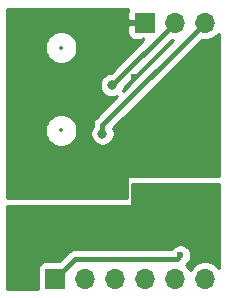
<source format=gbr>
%TF.GenerationSoftware,KiCad,Pcbnew,(5.1.8)-1*%
%TF.CreationDate,2021-11-13T21:13:11+08:00*%
%TF.ProjectId,pcm5102a,70636d35-3130-4326-912e-6b696361645f,rev?*%
%TF.SameCoordinates,Original*%
%TF.FileFunction,Copper,L2,Bot*%
%TF.FilePolarity,Positive*%
%FSLAX46Y46*%
G04 Gerber Fmt 4.6, Leading zero omitted, Abs format (unit mm)*
G04 Created by KiCad (PCBNEW (5.1.8)-1) date 2021-11-13 21:13:11*
%MOMM*%
%LPD*%
G01*
G04 APERTURE LIST*
%TA.AperFunction,ComponentPad*%
%ADD10O,1.700000X1.700000*%
%TD*%
%TA.AperFunction,ComponentPad*%
%ADD11R,1.700000X1.700000*%
%TD*%
%TA.AperFunction,ViaPad*%
%ADD12C,0.600000*%
%TD*%
%TA.AperFunction,ViaPad*%
%ADD13C,0.800000*%
%TD*%
%TA.AperFunction,Conductor*%
%ADD14C,0.250000*%
%TD*%
%TA.AperFunction,Conductor*%
%ADD15C,0.400000*%
%TD*%
%TA.AperFunction,Conductor*%
%ADD16C,0.254000*%
%TD*%
%TA.AperFunction,Conductor*%
%ADD17C,0.350000*%
%TD*%
%ADD18C,0.300000*%
%ADD19C,0.350000*%
G04 APERTURE END LIST*
D10*
%TO.P,J3,3*%
%TO.N,/OL*%
X131080000Y-79500000D03*
%TO.P,J3,2*%
%TO.N,/OR*%
X128540000Y-79500000D03*
D11*
%TO.P,J3,1*%
%TO.N,GNDA*%
X126000000Y-79500000D03*
%TD*%
D10*
%TO.P,J2,6*%
%TO.N,+3V3*%
X131100000Y-101200000D03*
%TO.P,J2,5*%
%TO.N,GND*%
X128560000Y-101200000D03*
%TO.P,J2,4*%
%TO.N,/LRCK*%
X126020000Y-101200000D03*
%TO.P,J2,3*%
%TO.N,/DIN*%
X123480000Y-101200000D03*
%TO.P,J2,2*%
%TO.N,/BCK*%
X120940000Y-101200000D03*
D11*
%TO.P,J2,1*%
%TO.N,/MUTE*%
X118400000Y-101200000D03*
%TD*%
D12*
%TO.N,GNDA*%
X129700000Y-91000000D03*
X130000000Y-84000000D03*
X125100000Y-84100000D03*
%TO.N,GND*%
X130500000Y-99200000D03*
X121200000Y-95600000D03*
X128400000Y-94100000D03*
%TO.N,/MUTE*%
X129000000Y-99200000D03*
D13*
%TO.N,/OL*%
X122400000Y-88900000D03*
%TO.N,/OR*%
X123200000Y-84800000D03*
%TD*%
D14*
%TO.N,GND*%
X130500000Y-99260000D02*
X130500000Y-99200000D01*
D15*
%TO.N,/MUTE*%
X120100000Y-99500000D02*
X118400000Y-101200000D01*
X128700000Y-99500000D02*
X120100000Y-99500000D01*
X129000000Y-99200000D02*
X128700000Y-99500000D01*
%TO.N,/OL*%
X122400000Y-88180000D02*
X122400000Y-88900000D01*
X131080000Y-79500000D02*
X122400000Y-88180000D01*
%TO.N,/OR*%
X123240000Y-84800000D02*
X123200000Y-84800000D01*
X128540000Y-79500000D02*
X123240000Y-84800000D01*
%TD*%
D16*
%TO.N,GNDA*%
X124560498Y-78405820D02*
X124524188Y-78525518D01*
X124511928Y-78650000D01*
X124515000Y-79214250D01*
X124673750Y-79373000D01*
X125873000Y-79373000D01*
X125873000Y-79353000D01*
X126127000Y-79353000D01*
X126127000Y-79373000D01*
X126147000Y-79373000D01*
X126147000Y-79627000D01*
X126127000Y-79627000D01*
X126127000Y-79647000D01*
X125873000Y-79647000D01*
X125873000Y-79627000D01*
X124673750Y-79627000D01*
X124515000Y-79785750D01*
X124511928Y-80350000D01*
X124524188Y-80474482D01*
X124560498Y-80594180D01*
X124619463Y-80704494D01*
X124698815Y-80801185D01*
X124795506Y-80880537D01*
X124905820Y-80939502D01*
X125025518Y-80975812D01*
X125150000Y-80988072D01*
X125714250Y-80985000D01*
X125872998Y-80826252D01*
X125872998Y-80985000D01*
X125874132Y-80985000D01*
X123093157Y-83765975D01*
X122898102Y-83804774D01*
X122709744Y-83882795D01*
X122540226Y-83996063D01*
X122396063Y-84140226D01*
X122282795Y-84309744D01*
X122204774Y-84498102D01*
X122165000Y-84698061D01*
X122165000Y-84901939D01*
X122204774Y-85101898D01*
X122282795Y-85290256D01*
X122396063Y-85459774D01*
X122540226Y-85603937D01*
X122709744Y-85717205D01*
X122898102Y-85795226D01*
X123098061Y-85835000D01*
X123301939Y-85835000D01*
X123501898Y-85795226D01*
X123676038Y-85723094D01*
X121838579Y-87560554D01*
X121806709Y-87586709D01*
X121702365Y-87713854D01*
X121702364Y-87713855D01*
X121624828Y-87858914D01*
X121577082Y-88016312D01*
X121560960Y-88180000D01*
X121565000Y-88221018D01*
X121565000Y-88286715D01*
X121482795Y-88409744D01*
X121404774Y-88598102D01*
X121365000Y-88798061D01*
X121365000Y-89001939D01*
X121404774Y-89201898D01*
X121482795Y-89390256D01*
X121596063Y-89559774D01*
X121740226Y-89703937D01*
X121909744Y-89817205D01*
X122098102Y-89895226D01*
X122298061Y-89935000D01*
X122501939Y-89935000D01*
X122701898Y-89895226D01*
X122890256Y-89817205D01*
X123059774Y-89703937D01*
X123203937Y-89559774D01*
X123317205Y-89390256D01*
X123395226Y-89201898D01*
X123435000Y-89001939D01*
X123435000Y-88798061D01*
X123395226Y-88598102D01*
X123327139Y-88433728D01*
X130802061Y-80958807D01*
X130933740Y-80985000D01*
X131226260Y-80985000D01*
X131513158Y-80927932D01*
X131783411Y-80815990D01*
X132026632Y-80653475D01*
X132233475Y-80446632D01*
X132240000Y-80436866D01*
X132240000Y-82732418D01*
X132240001Y-82732428D01*
X132240001Y-92473000D01*
X124600000Y-92473000D01*
X124575224Y-92475440D01*
X124551399Y-92482667D01*
X124529443Y-92494403D01*
X124510197Y-92510197D01*
X124494403Y-92529443D01*
X124482667Y-92551399D01*
X124475440Y-92575224D01*
X124473000Y-92600000D01*
X124473000Y-94373000D01*
X114360000Y-94373000D01*
X114360000Y-88488589D01*
X117515000Y-88488589D01*
X117515000Y-88761411D01*
X117568225Y-89028989D01*
X117672629Y-89281043D01*
X117824201Y-89507886D01*
X118017114Y-89700799D01*
X118243957Y-89852371D01*
X118496011Y-89956775D01*
X118763589Y-90010000D01*
X119036411Y-90010000D01*
X119303989Y-89956775D01*
X119556043Y-89852371D01*
X119782886Y-89700799D01*
X119975799Y-89507886D01*
X120127371Y-89281043D01*
X120231775Y-89028989D01*
X120285000Y-88761411D01*
X120285000Y-88488589D01*
X120231775Y-88221011D01*
X120127371Y-87968957D01*
X119975799Y-87742114D01*
X119782886Y-87549201D01*
X119556043Y-87397629D01*
X119303989Y-87293225D01*
X119036411Y-87240000D01*
X118763589Y-87240000D01*
X118496011Y-87293225D01*
X118243957Y-87397629D01*
X118017114Y-87549201D01*
X117824201Y-87742114D01*
X117672629Y-87968957D01*
X117568225Y-88221011D01*
X117515000Y-88488589D01*
X114360000Y-88488589D01*
X114360000Y-81488589D01*
X117515000Y-81488589D01*
X117515000Y-81761411D01*
X117568225Y-82028989D01*
X117672629Y-82281043D01*
X117824201Y-82507886D01*
X118017114Y-82700799D01*
X118243957Y-82852371D01*
X118496011Y-82956775D01*
X118763589Y-83010000D01*
X119036411Y-83010000D01*
X119303989Y-82956775D01*
X119556043Y-82852371D01*
X119782886Y-82700799D01*
X119975799Y-82507886D01*
X120127371Y-82281043D01*
X120231775Y-82028989D01*
X120285000Y-81761411D01*
X120285000Y-81488589D01*
X120231775Y-81221011D01*
X120127371Y-80968957D01*
X119975799Y-80742114D01*
X119782886Y-80549201D01*
X119556043Y-80397629D01*
X119303989Y-80293225D01*
X119036411Y-80240000D01*
X118763589Y-80240000D01*
X118496011Y-80293225D01*
X118243957Y-80397629D01*
X118017114Y-80549201D01*
X117824201Y-80742114D01*
X117672629Y-80968957D01*
X117568225Y-81221011D01*
X117515000Y-81488589D01*
X114360000Y-81488589D01*
X114360000Y-78360000D01*
X124584990Y-78360000D01*
X124560498Y-78405820D01*
%TA.AperFunction,Conductor*%
D17*
G36*
X124560498Y-78405820D02*
G01*
X124524188Y-78525518D01*
X124511928Y-78650000D01*
X124515000Y-79214250D01*
X124673750Y-79373000D01*
X125873000Y-79373000D01*
X125873000Y-79353000D01*
X126127000Y-79353000D01*
X126127000Y-79373000D01*
X126147000Y-79373000D01*
X126147000Y-79627000D01*
X126127000Y-79627000D01*
X126127000Y-79647000D01*
X125873000Y-79647000D01*
X125873000Y-79627000D01*
X124673750Y-79627000D01*
X124515000Y-79785750D01*
X124511928Y-80350000D01*
X124524188Y-80474482D01*
X124560498Y-80594180D01*
X124619463Y-80704494D01*
X124698815Y-80801185D01*
X124795506Y-80880537D01*
X124905820Y-80939502D01*
X125025518Y-80975812D01*
X125150000Y-80988072D01*
X125714250Y-80985000D01*
X125872998Y-80826252D01*
X125872998Y-80985000D01*
X125874132Y-80985000D01*
X123093157Y-83765975D01*
X122898102Y-83804774D01*
X122709744Y-83882795D01*
X122540226Y-83996063D01*
X122396063Y-84140226D01*
X122282795Y-84309744D01*
X122204774Y-84498102D01*
X122165000Y-84698061D01*
X122165000Y-84901939D01*
X122204774Y-85101898D01*
X122282795Y-85290256D01*
X122396063Y-85459774D01*
X122540226Y-85603937D01*
X122709744Y-85717205D01*
X122898102Y-85795226D01*
X123098061Y-85835000D01*
X123301939Y-85835000D01*
X123501898Y-85795226D01*
X123676038Y-85723094D01*
X121838579Y-87560554D01*
X121806709Y-87586709D01*
X121702365Y-87713854D01*
X121702364Y-87713855D01*
X121624828Y-87858914D01*
X121577082Y-88016312D01*
X121560960Y-88180000D01*
X121565000Y-88221018D01*
X121565000Y-88286715D01*
X121482795Y-88409744D01*
X121404774Y-88598102D01*
X121365000Y-88798061D01*
X121365000Y-89001939D01*
X121404774Y-89201898D01*
X121482795Y-89390256D01*
X121596063Y-89559774D01*
X121740226Y-89703937D01*
X121909744Y-89817205D01*
X122098102Y-89895226D01*
X122298061Y-89935000D01*
X122501939Y-89935000D01*
X122701898Y-89895226D01*
X122890256Y-89817205D01*
X123059774Y-89703937D01*
X123203937Y-89559774D01*
X123317205Y-89390256D01*
X123395226Y-89201898D01*
X123435000Y-89001939D01*
X123435000Y-88798061D01*
X123395226Y-88598102D01*
X123327139Y-88433728D01*
X130802061Y-80958807D01*
X130933740Y-80985000D01*
X131226260Y-80985000D01*
X131513158Y-80927932D01*
X131783411Y-80815990D01*
X132026632Y-80653475D01*
X132233475Y-80446632D01*
X132240000Y-80436866D01*
X132240000Y-82732418D01*
X132240001Y-82732428D01*
X132240001Y-92473000D01*
X124600000Y-92473000D01*
X124575224Y-92475440D01*
X124551399Y-92482667D01*
X124529443Y-92494403D01*
X124510197Y-92510197D01*
X124494403Y-92529443D01*
X124482667Y-92551399D01*
X124475440Y-92575224D01*
X124473000Y-92600000D01*
X124473000Y-94373000D01*
X114360000Y-94373000D01*
X114360000Y-88488589D01*
X117515000Y-88488589D01*
X117515000Y-88761411D01*
X117568225Y-89028989D01*
X117672629Y-89281043D01*
X117824201Y-89507886D01*
X118017114Y-89700799D01*
X118243957Y-89852371D01*
X118496011Y-89956775D01*
X118763589Y-90010000D01*
X119036411Y-90010000D01*
X119303989Y-89956775D01*
X119556043Y-89852371D01*
X119782886Y-89700799D01*
X119975799Y-89507886D01*
X120127371Y-89281043D01*
X120231775Y-89028989D01*
X120285000Y-88761411D01*
X120285000Y-88488589D01*
X120231775Y-88221011D01*
X120127371Y-87968957D01*
X119975799Y-87742114D01*
X119782886Y-87549201D01*
X119556043Y-87397629D01*
X119303989Y-87293225D01*
X119036411Y-87240000D01*
X118763589Y-87240000D01*
X118496011Y-87293225D01*
X118243957Y-87397629D01*
X118017114Y-87549201D01*
X117824201Y-87742114D01*
X117672629Y-87968957D01*
X117568225Y-88221011D01*
X117515000Y-88488589D01*
X114360000Y-88488589D01*
X114360000Y-81488589D01*
X117515000Y-81488589D01*
X117515000Y-81761411D01*
X117568225Y-82028989D01*
X117672629Y-82281043D01*
X117824201Y-82507886D01*
X118017114Y-82700799D01*
X118243957Y-82852371D01*
X118496011Y-82956775D01*
X118763589Y-83010000D01*
X119036411Y-83010000D01*
X119303989Y-82956775D01*
X119556043Y-82852371D01*
X119782886Y-82700799D01*
X119975799Y-82507886D01*
X120127371Y-82281043D01*
X120231775Y-82028989D01*
X120285000Y-81761411D01*
X120285000Y-81488589D01*
X120231775Y-81221011D01*
X120127371Y-80968957D01*
X119975799Y-80742114D01*
X119782886Y-80549201D01*
X119556043Y-80397629D01*
X119303989Y-80293225D01*
X119036411Y-80240000D01*
X118763589Y-80240000D01*
X118496011Y-80293225D01*
X118243957Y-80397629D01*
X118017114Y-80549201D01*
X117824201Y-80742114D01*
X117672629Y-80968957D01*
X117568225Y-81221011D01*
X117515000Y-81488589D01*
X114360000Y-81488589D01*
X114360000Y-78360000D01*
X124584990Y-78360000D01*
X124560498Y-78405820D01*
G37*
%TD.AperFunction*%
D16*
X128393740Y-80985000D02*
X128414131Y-80985000D01*
X124123094Y-85276038D01*
X124195226Y-85101898D01*
X124214161Y-85006707D01*
X128262061Y-80958807D01*
X128393740Y-80985000D01*
%TA.AperFunction,Conductor*%
D17*
G36*
X128393740Y-80985000D02*
G01*
X128414131Y-80985000D01*
X124123094Y-85276038D01*
X124195226Y-85101898D01*
X124214161Y-85006707D01*
X128262061Y-80958807D01*
X128393740Y-80985000D01*
G37*
%TD.AperFunction*%
%TD*%
D16*
%TO.N,GND*%
X132240000Y-100239893D02*
X132046632Y-100046525D01*
X131803411Y-99884010D01*
X131533158Y-99772068D01*
X131246260Y-99715000D01*
X130953740Y-99715000D01*
X130666842Y-99772068D01*
X130396589Y-99884010D01*
X130153368Y-100046525D01*
X129946525Y-100253368D01*
X129824805Y-100435534D01*
X129755178Y-100318645D01*
X129560269Y-100102412D01*
X129452596Y-100022100D01*
X129596028Y-99926262D01*
X129726262Y-99796028D01*
X129828586Y-99642889D01*
X129899068Y-99472729D01*
X129935000Y-99292089D01*
X129935000Y-99107911D01*
X129899068Y-98927271D01*
X129828586Y-98757111D01*
X129726262Y-98603972D01*
X129596028Y-98473738D01*
X129442889Y-98371414D01*
X129272729Y-98300932D01*
X129092089Y-98265000D01*
X128907911Y-98265000D01*
X128727271Y-98300932D01*
X128557111Y-98371414D01*
X128403972Y-98473738D01*
X128273738Y-98603972D01*
X128232960Y-98665000D01*
X120141018Y-98665000D01*
X120099999Y-98660960D01*
X120058981Y-98665000D01*
X119936311Y-98677082D01*
X119778913Y-98724828D01*
X119633854Y-98802364D01*
X119506709Y-98906709D01*
X119480561Y-98938571D01*
X118707204Y-99711928D01*
X117550000Y-99711928D01*
X117425518Y-99724188D01*
X117305820Y-99760498D01*
X117195506Y-99819463D01*
X117098815Y-99898815D01*
X117019463Y-99995506D01*
X116960498Y-100105820D01*
X116924188Y-100225518D01*
X116911928Y-100350000D01*
X116911928Y-102040000D01*
X114360000Y-102040000D01*
X114360000Y-95027000D01*
X124800000Y-95027000D01*
X124824776Y-95024560D01*
X124848601Y-95017333D01*
X124870557Y-95005597D01*
X124889803Y-94989803D01*
X124905597Y-94970557D01*
X124917333Y-94948601D01*
X124924560Y-94924776D01*
X124927000Y-94900000D01*
X124927000Y-93127000D01*
X132240000Y-93127000D01*
X132240000Y-100239893D01*
%TA.AperFunction,Conductor*%
D17*
G36*
X132240000Y-100239893D02*
G01*
X132046632Y-100046525D01*
X131803411Y-99884010D01*
X131533158Y-99772068D01*
X131246260Y-99715000D01*
X130953740Y-99715000D01*
X130666842Y-99772068D01*
X130396589Y-99884010D01*
X130153368Y-100046525D01*
X129946525Y-100253368D01*
X129824805Y-100435534D01*
X129755178Y-100318645D01*
X129560269Y-100102412D01*
X129452596Y-100022100D01*
X129596028Y-99926262D01*
X129726262Y-99796028D01*
X129828586Y-99642889D01*
X129899068Y-99472729D01*
X129935000Y-99292089D01*
X129935000Y-99107911D01*
X129899068Y-98927271D01*
X129828586Y-98757111D01*
X129726262Y-98603972D01*
X129596028Y-98473738D01*
X129442889Y-98371414D01*
X129272729Y-98300932D01*
X129092089Y-98265000D01*
X128907911Y-98265000D01*
X128727271Y-98300932D01*
X128557111Y-98371414D01*
X128403972Y-98473738D01*
X128273738Y-98603972D01*
X128232960Y-98665000D01*
X120141018Y-98665000D01*
X120099999Y-98660960D01*
X120058981Y-98665000D01*
X119936311Y-98677082D01*
X119778913Y-98724828D01*
X119633854Y-98802364D01*
X119506709Y-98906709D01*
X119480561Y-98938571D01*
X118707204Y-99711928D01*
X117550000Y-99711928D01*
X117425518Y-99724188D01*
X117305820Y-99760498D01*
X117195506Y-99819463D01*
X117098815Y-99898815D01*
X117019463Y-99995506D01*
X116960498Y-100105820D01*
X116924188Y-100225518D01*
X116911928Y-100350000D01*
X116911928Y-102040000D01*
X114360000Y-102040000D01*
X114360000Y-95027000D01*
X124800000Y-95027000D01*
X124824776Y-95024560D01*
X124848601Y-95017333D01*
X124870557Y-95005597D01*
X124889803Y-94989803D01*
X124905597Y-94970557D01*
X124917333Y-94948601D01*
X124924560Y-94924776D01*
X124927000Y-94900000D01*
X124927000Y-93127000D01*
X132240000Y-93127000D01*
X132240000Y-100239893D01*
G37*
%TD.AperFunction*%
D16*
X128687000Y-101073000D02*
X128707000Y-101073000D01*
X128707000Y-101327000D01*
X128687000Y-101327000D01*
X128687000Y-101347000D01*
X128433000Y-101347000D01*
X128433000Y-101327000D01*
X128413000Y-101327000D01*
X128413000Y-101073000D01*
X128433000Y-101073000D01*
X128433000Y-101053000D01*
X128687000Y-101053000D01*
X128687000Y-101073000D01*
%TA.AperFunction,Conductor*%
D17*
G36*
X128687000Y-101073000D02*
G01*
X128707000Y-101073000D01*
X128707000Y-101327000D01*
X128687000Y-101327000D01*
X128687000Y-101347000D01*
X128433000Y-101347000D01*
X128433000Y-101327000D01*
X128413000Y-101327000D01*
X128413000Y-101073000D01*
X128433000Y-101073000D01*
X128433000Y-101053000D01*
X128687000Y-101053000D01*
X128687000Y-101073000D01*
G37*
%TD.AperFunction*%
%TD*%
D18*
X129700000Y-91000000D03*
X130000000Y-84000000D03*
X125100000Y-84100000D03*
X130500000Y-99200000D03*
X121200000Y-95600000D03*
X128400000Y-94100000D03*
X129000000Y-99200000D03*
D19*
X122400000Y-88900000D03*
X123200000Y-84800000D03*
X131080000Y-79500000D03*
X128540000Y-79500000D03*
X126000000Y-79500000D03*
X131100000Y-101200000D03*
X128560000Y-101200000D03*
X126020000Y-101200000D03*
X123480000Y-101200000D03*
X120940000Y-101200000D03*
X118400000Y-101200000D03*
X118900000Y-88625000D03*
X118900000Y-81625000D03*
M02*

</source>
